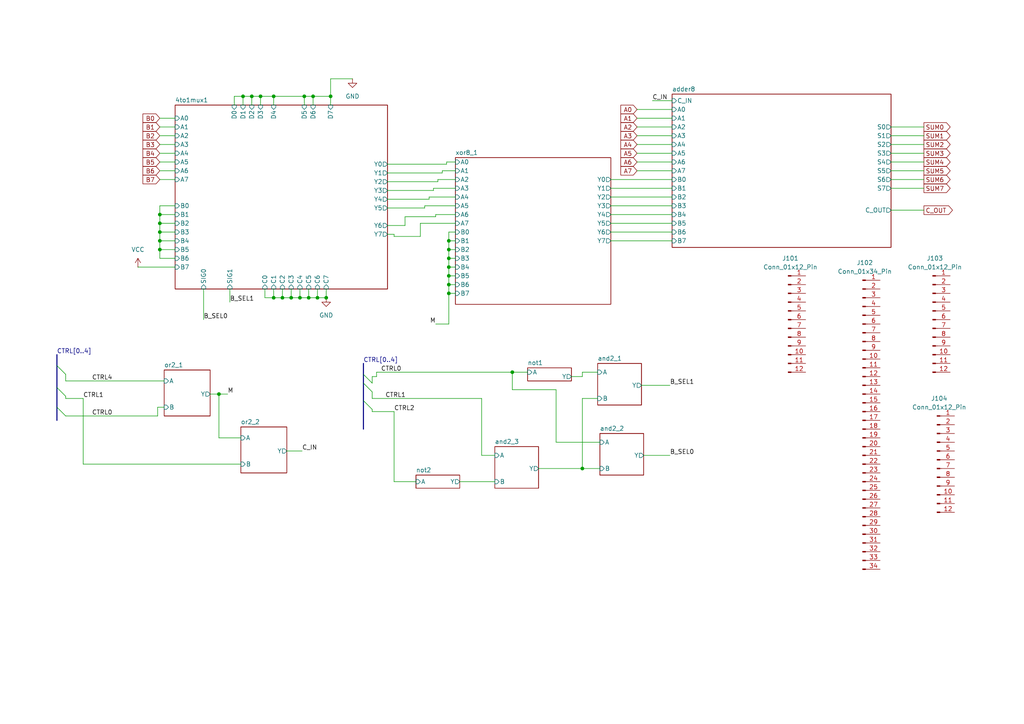
<source format=kicad_sch>
(kicad_sch (version 20250114) (generator "eeschema") (generator_version "9.0")
  (paper "A4")
  (lib_symbols
    (symbol "Connector:Conn_01x12_Pin" (pin_names (offset 1.016) (hide yes))
      (property "Reference" "J" (at 0 15.24 0))
      (property "Value" "Conn_01x12_Pin" (at 0 -17.78 0))
      (symbol "Conn_01x12_Pin_1_1"
        (rectangle (start 0.8636 12.827) (end 0 12.573) (stroke (width 0.1524)) (fill (type outline)))
        (rectangle (start 0.8636 10.287) (end 0 10.033) (stroke (width 0.1524)) (fill (type outline)))
        (rectangle (start 0.8636 7.747) (end 0 7.493) (stroke (width 0.1524)) (fill (type outline)))
        (rectangle (start 0.8636 5.207) (end 0 4.953) (stroke (width 0.1524)) (fill (type outline)))
        (rectangle (start 0.8636 2.667) (end 0 2.413) (stroke (width 0.1524)) (fill (type outline)))
        (rectangle (start 0.8636 0.127) (end 0 -0.127) (stroke (width 0.1524)) (fill (type outline)))
        (rectangle (start 0.8636 -2.413) (end 0 -2.667) (stroke (width 0.1524)) (fill (type outline)))
        (rectangle (start 0.8636 -4.953) (end 0 -5.207) (stroke (width 0.1524)) (fill (type outline)))
        (rectangle (start 0.8636 -7.493) (end 0 -7.747) (stroke (width 0.1524)) (fill (type outline)))
        (rectangle (start 0.8636 -10.033) (end 0 -10.287) (stroke (width 0.1524)) (fill (type outline)))
        (rectangle (start 0.8636 -12.573) (end 0 -12.827) (stroke (width 0.1524)) (fill (type outline)))
        (rectangle (start 0.8636 -15.113) (end 0 -15.367) (stroke (width 0.1524)) (fill (type outline)))
        (polyline (pts (xy 1.27 12.7) (xy 0.8636 12.7)) (stroke (width 0.1524)))
        (polyline (pts (xy 1.27 10.16) (xy 0.8636 10.16)) (stroke (width 0.1524)))
        (polyline (pts (xy 1.27 7.62) (xy 0.8636 7.62)) (stroke (width 0.1524)))
        (polyline (pts (xy 1.27 5.08) (xy 0.8636 5.08)) (stroke (width 0.1524)))
        (polyline (pts (xy 1.27 2.54) (xy 0.8636 2.54)) (stroke (width 0.1524)))
        (polyline (pts (xy 1.27 0) (xy 0.8636 0)) (stroke (width 0.1524)))
        (polyline (pts (xy 1.27 -2.54) (xy 0.8636 -2.54)) (stroke (width 0.1524)))
        (polyline (pts (xy 1.27 -5.08) (xy 0.8636 -5.08)) (stroke (width 0.1524)))
        (polyline (pts (xy 1.27 -7.62) (xy 0.8636 -7.62)) (stroke (width 0.1524)))
        (polyline (pts (xy 1.27 -10.16) (xy 0.8636 -10.16)) (stroke (width 0.1524)))
        (polyline (pts (xy 1.27 -12.7) (xy 0.8636 -12.7)) (stroke (width 0.1524)))
        (polyline (pts (xy 1.27 -15.24) (xy 0.8636 -15.24)) (stroke (width 0.1524)))
        (pin passive line (at 5.08 12.7 180) (length 3.81) (name "Pin_1") (number "1"))
        (pin passive line (at 5.08 10.16 180) (length 3.81) (name "Pin_2") (number "2"))
        (pin passive line (at 5.08 7.62 180) (length 3.81) (name "Pin_3") (number "3"))
        (pin passive line (at 5.08 5.08 180) (length 3.81) (name "Pin_4") (number "4"))
        (pin passive line (at 5.08 2.54 180) (length 3.81) (name "Pin_5") (number "5"))
        (pin passive line (at 5.08 0 180) (length 3.81) (name "Pin_6") (number "6"))
        (pin passive line (at 5.08 -2.54 180) (length 3.81) (name "Pin_7") (number "7"))
        (pin passive line (at 5.08 -5.08 180) (length 3.81) (name "Pin_8") (number "8"))
        (pin passive line (at 5.08 -7.62 180) (length 3.81) (name "Pin_9") (number "9"))
        (pin passive line (at 5.08 -10.16 180) (length 3.81) (name "Pin_10") (number "10"))
        (pin passive line (at 5.08 -12.7 180) (length 3.81) (name "Pin_11") (number "11"))
        (pin passive line (at 5.08 -15.24 180) (length 3.81) (name "Pin_12") (number "12"))
      )
    )
    (symbol "Connector:Conn_01x34_Pin" (pin_names (offset 1.016) (hide yes))
      (property "Reference" "J" (at 0 43.18 0))
      (property "Value" "Conn_01x34_Pin" (at 0 -45.72 0))
      (symbol "Conn_01x34_Pin_1_1"
        (rectangle (start 0.8636 40.767) (end 0 40.513) (stroke (width 0.1524)) (fill (type outline)))
        (rectangle (start 0.8636 38.227) (end 0 37.973) (stroke (width 0.1524)) (fill (type outline)))
        (rectangle (start 0.8636 35.687) (end 0 35.433) (stroke (width 0.1524)) (fill (type outline)))
        (rectangle (start 0.8636 33.147) (end 0 32.893) (stroke (width 0.1524)) (fill (type outline)))
        (rectangle (start 0.8636 30.607) (end 0 30.353) (stroke (width 0.1524)) (fill (type outline)))
        (rectangle (start 0.8636 28.067) (end 0 27.813) (stroke (width 0.1524)) (fill (type outline)))
        (rectangle (start 0.8636 25.527) (end 0 25.273) (stroke (width 0.1524)) (fill (type outline)))
        (rectangle (start 0.8636 22.987) (end 0 22.733) (stroke (width 0.1524)) (fill (type outline)))
        (rectangle (start 0.8636 20.447) (end 0 20.193) (stroke (width 0.1524)) (fill (type outline)))
        (rectangle (start 0.8636 17.907) (end 0 17.653) (stroke (width 0.1524)) (fill (type outline)))
        (rectangle (start 0.8636 15.367) (end 0 15.113) (stroke (width 0.1524)) (fill (type outline)))
        (rectangle (start 0.8636 12.827) (end 0 12.573) (stroke (width 0.1524)) (fill (type outline)))
        (rectangle (start 0.8636 10.287) (end 0 10.033) (stroke (width 0.1524)) (fill (type outline)))
        (rectangle (start 0.8636 7.747) (end 0 7.493) (stroke (width 0.1524)) (fill (type outline)))
        (rectangle (start 0.8636 5.207) (end 0 4.953) (stroke (width 0.1524)) (fill (type outline)))
        (rectangle (start 0.8636 2.667) (end 0 2.413) (stroke (width 0.1524)) (fill (type outline)))
        (rectangle (start 0.8636 0.127) (end 0 -0.127) (stroke (width 0.1524)) (fill (type outline)))
        (rectangle (start 0.8636 -2.413) (end 0 -2.667) (stroke (width 0.1524)) (fill (type outline)))
        (rectangle (start 0.8636 -4.953) (end 0 -5.207) (stroke (width 0.1524)) (fill (type outline)))
        (rectangle (start 0.8636 -7.493) (end 0 -7.747) (stroke (width 0.1524)) (fill (type outline)))
        (rectangle (start 0.8636 -10.033) (end 0 -10.287) (stroke (width 0.1524)) (fill (type outline)))
        (rectangle (start 0.8636 -12.573) (end 0 -12.827) (stroke (width 0.1524)) (fill (type outline)))
        (rectangle (start 0.8636 -15.113) (end 0 -15.367) (stroke (width 0.1524)) (fill (type outline)))
        (rectangle (start 0.8636 -17.653) (end 0 -17.907) (stroke (width 0.1524)) (fill (type outline)))
        (rectangle (start 0.8636 -20.193) (end 0 -20.447) (stroke (width 0.1524)) (fill (type outline)))
        (rectangle (start 0.8636 -22.733) (end 0 -22.987) (stroke (width 0.1524)) (fill (type outline)))
        (rectangle (start 0.8636 -25.273) (end 0 -25.527) (stroke (width 0.1524)) (fill (type outline)))
        (rectangle (start 0.8636 -27.813) (end 0 -28.067) (stroke (width 0.1524)) (fill (type outline)))
        (rectangle (start 0.8636 -30.353) (end 0 -30.607) (stroke (width 0.1524)) (fill (type outline)))
        (rectangle (start 0.8636 -32.893) (end 0 -33.147) (stroke (width 0.1524)) (fill (type outline)))
        (rectangle (start 0.8636 -35.433) (end 0 -35.687) (stroke (width 0.1524)) (fill (type outline)))
        (rectangle (start 0.8636 -37.973) (end 0 -38.227) (stroke (width 0.1524)) (fill (type outline)))
        (rectangle (start 0.8636 -40.513) (end 0 -40.767) (stroke (width 0.1524)) (fill (type outline)))
        (rectangle (start 0.8636 -43.053) (end 0 -43.307) (stroke (width 0.1524)) (fill (type outline)))
        (polyline (pts (xy 1.27 40.64) (xy 0.8636 40.64)) (stroke (width 0.1524)))
        (polyline (pts (xy 1.27 38.1) (xy 0.8636 38.1)) (stroke (width 0.1524)))
        (polyline (pts (xy 1.27 35.56) (xy 0.8636 35.56)) (stroke (width 0.1524)))
        (polyline (pts (xy 1.27 33.02) (xy 0.8636 33.02)) (stroke (width 0.1524)))
        (polyline (pts (xy 1.27 30.48) (xy 0.8636 30.48)) (stroke (width 0.1524)))
        (polyline (pts (xy 1.27 27.94) (xy 0.8636 27.94)) (stroke (width 0.1524)))
        (polyline (pts (xy 1.27 25.4) (xy 0.8636 25.4)) (stroke (width 0.1524)))
        (polyline (pts (xy 1.27 22.86) (xy 0.8636 22.86)) (stroke (width 0.1524)))
        (polyline (pts (xy 1.27 20.32) (xy 0.8636 20.32)) (stroke (width 0.1524)))
        (polyline (pts (xy 1.27 17.78) (xy 0.8636 17.78)) (stroke (width 0.1524)))
        (polyline (pts (xy 1.27 15.24) (xy 0.8636 15.24)) (stroke (width 0.1524)))
        (polyline (pts (xy 1.27 12.7) (xy 0.8636 12.7)) (stroke (width 0.1524)))
        (polyline (pts (xy 1.27 10.16) (xy 0.8636 10.16)) (stroke (width 0.1524)))
        (polyline (pts (xy 1.27 7.62) (xy 0.8636 7.62)) (stroke (width 0.1524)))
        (polyline (pts (xy 1.27 5.08) (xy 0.8636 5.08)) (stroke (width 0.1524)))
        (polyline (pts (xy 1.27 2.54) (xy 0.8636 2.54)) (stroke (width 0.1524)))
        (polyline (pts (xy 1.27 0) (xy 0.8636 0)) (stroke (width 0.1524)))
        (polyline (pts (xy 1.27 -2.54) (xy 0.8636 -2.54)) (stroke (width 0.1524)))
        (polyline (pts (xy 1.27 -5.08) (xy 0.8636 -5.08)) (stroke (width 0.1524)))
        (polyline (pts (xy 1.27 -7.62) (xy 0.8636 -7.62)) (stroke (width 0.1524)))
        (polyline (pts (xy 1.27 -10.16) (xy 0.8636 -10.16)) (stroke (width 0.1524)))
        (polyline (pts (xy 1.27 -12.7) (xy 0.8636 -12.7)) (stroke (width 0.1524)))
        (polyline (pts (xy 1.27 -15.24) (xy 0.8636 -15.24)) (stroke (width 0.1524)))
        (polyline (pts (xy 1.27 -17.78) (xy 0.8636 -17.78)) (stroke (width 0.1524)))
        (polyline (pts (xy 1.27 -20.32) (xy 0.8636 -20.32)) (stroke (width 0.1524)))
        (polyline (pts (xy 1.27 -22.86) (xy 0.8636 -22.86)) (stroke (width 0.1524)))
        (polyline (pts (xy 1.27 -25.4) (xy 0.8636 -25.4)) (stroke (width 0.1524)))
        (polyline (pts (xy 1.27 -27.94) (xy 0.8636 -27.94)) (stroke (width 0.1524)))
        (polyline (pts (xy 1.27 -30.48) (xy 0.8636 -30.48)) (stroke (width 0.1524)))
        (polyline (pts (xy 1.27 -33.02) (xy 0.8636 -33.02)) (stroke (width 0.1524)))
        (polyline (pts (xy 1.27 -35.56) (xy 0.8636 -35.56)) (stroke (width 0.1524)))
        (polyline (pts (xy 1.27 -38.1) (xy 0.8636 -38.1)) (stroke (width 0.1524)))
        (polyline (pts (xy 1.27 -40.64) (xy 0.8636 -40.64)) (stroke (width 0.1524)))
        (polyline (pts (xy 1.27 -43.18) (xy 0.8636 -43.18)) (stroke (width 0.1524)))
        (pin passive line (at 5.08 40.64 180) (length 3.81) (name "Pin_1") (number "1"))
        (pin passive line (at 5.08 38.1 180) (length 3.81) (name "Pin_2") (number "2"))
        (pin passive line (at 5.08 35.56 180) (length 3.81) (name "Pin_3") (number "3"))
        (pin passive line (at 5.08 33.02 180) (length 3.81) (name "Pin_4") (number "4"))
        (pin passive line (at 5.08 30.48 180) (length 3.81) (name "Pin_5") (number "5"))
        (pin passive line (at 5.08 27.94 180) (length 3.81) (name "Pin_6") (number "6"))
        (pin passive line (at 5.08 25.4 180) (length 3.81) (name "Pin_7") (number "7"))
        (pin passive line (at 5.08 22.86 180) (length 3.81) (name "Pin_8") (number "8"))
        (pin passive line (at 5.08 20.32 180) (length 3.81) (name "Pin_9") (number "9"))
        (pin passive line (at 5.08 17.78 180) (length 3.81) (name "Pin_10") (number "10"))
        (pin passive line (at 5.08 15.24 180) (length 3.81) (name "Pin_11") (number "11"))
        (pin passive line (at 5.08 12.7 180) (length 3.81) (name "Pin_12") (number "12"))
        (pin passive line (at 5.08 10.16 180) (length 3.81) (name "Pin_13") (number "13"))
        (pin passive line (at 5.08 7.62 180) (length 3.81) (name "Pin_14") (number "14"))
        (pin passive line (at 5.08 5.08 180) (length 3.81) (name "Pin_15") (number "15"))
        (pin passive line (at 5.08 2.54 180) (length 3.81) (name "Pin_16") (number "16"))
        (pin passive line (at 5.08 0 180) (length 3.81) (name "Pin_17") (number "17"))
        (pin passive line (at 5.08 -2.54 180) (length 3.81) (name "Pin_18") (number "18"))
        (pin passive line (at 5.08 -5.08 180) (length 3.81) (name "Pin_19") (number "19"))
        (pin passive line (at 5.08 -7.62 180) (length 3.81) (name "Pin_20") (number "20"))
        (pin passive line (at 5.08 -10.16 180) (length 3.81) (name "Pin_21") (number "21"))
        (pin passive line (at 5.08 -12.7 180) (length 3.81) (name "Pin_22") (number "22"))
        (pin passive line (at 5.08 -15.24 180) (length 3.81) (name "Pin_23") (number "23"))
        (pin passive line (at 5.08 -17.78 180) (length 3.81) (name "Pin_24") (number "24"))
        (pin passive line (at 5.08 -20.32 180) (length 3.81) (name "Pin_25") (number "25"))
        (pin passive line (at 5.08 -22.86 180) (length 3.81) (name "Pin_26") (number "26"))
        (pin passive line (at 5.08 -25.4 180) (length 3.81) (name "Pin_27") (number "27"))
        (pin passive line (at 5.08 -27.94 180) (length 3.81) (name "Pin_28") (number "28"))
        (pin passive line (at 5.08 -30.48 180) (length 3.81) (name "Pin_29") (number "29"))
        (pin passive line (at 5.08 -33.02 180) (length 3.81) (name "Pin_30") (number "30"))
        (pin passive line (at 5.08 -35.56 180) (length 3.81) (name "Pin_31") (number "31"))
        (pin passive line (at 5.08 -38.1 180) (length 3.81) (name "Pin_32") (number "32"))
        (pin passive line (at 5.08 -40.64 180) (length 3.81) (name "Pin_33") (number "33"))
        (pin passive line (at 5.08 -43.18 180) (length 3.81) (name "Pin_34") (number "34"))
      )
    )
    (symbol "power:GND" (power) (pin_numbers (hide yes)) (pin_names (offset 0) (hide yes))
      (property "Value" "GND" (at 0 -3.81 0))
      (symbol "GND_0_1"
        (polyline (pts (xy 0 0) (xy 0 -1.27) (xy 1.27 -1.27) (xy 0 -2.54) (xy -1.27 -1.27) (xy 0 -1.27)))
      )
      (symbol "GND_1_1"
        (pin power_in line (at 0 0 270) (length 0) (name "~") (number "1"))
      )
    )
    (symbol "power:VCC" (power) (pin_numbers (hide yes)) (pin_names (offset 0) (hide yes))
      (property "Value" "VCC" (at 0 3.556 0))
      (symbol "VCC_0_1"
        (polyline (pts (xy -0.762 1.27) (xy 0 2.54)))
        (polyline (pts (xy 0 2.54) (xy 0.762 1.27)))
        (polyline (pts (xy 0 0) (xy 0 2.54)))
      )
      (symbol "VCC_1_1"
        (pin power_in line (at 0 0 90) (length 0) (name "~") (number "1"))
      )
    )
  )
  (junction (at 79.375 27.94))
  (junction (at 46.355 67.31))
  (junction (at 46.355 64.77))
  (junction (at 86.995 86.36))
  (junction (at 92.075 86.36))
  (junction (at 130.175 72.39))
  (junction (at 46.355 69.85))
  (junction (at 84.455 86.36))
  (junction (at 94.615 86.36))
  (junction (at 130.175 80.01))
  (junction (at 81.915 86.36))
  (junction (at 130.175 77.47))
  (junction (at 130.175 69.85))
  (junction (at 88.265 27.94))
  (junction (at 130.175 82.55))
  (junction (at 90.805 27.94))
  (junction (at 46.355 62.23))
  (junction (at 130.175 74.93))
  (junction (at 148.59 107.95))
  (junction (at 130.175 85.09))
  (junction (at 95.885 27.94))
  (junction (at 46.355 72.39))
  (junction (at 168.91 135.89))
  (junction (at 73.025 27.94))
  (junction (at 79.375 86.36))
  (junction (at 63.5 114.3))
  (junction (at 89.535 86.36))
  (junction (at 70.485 27.94))
  (junction (at 75.565 27.94))
  (bus_entry (at 16.51 106.045) (size 2.54 2.54))
  (bus_entry (at 105.41 116.205) (size 2.54 2.54))
  (bus_entry (at 16.51 118.11) (size 2.54 2.54))
  (bus_entry (at 16.51 112.395) (size 2.54 2.54))
  (bus_entry (at 105.41 111.125) (size 2.54 2.54))
  (bus_entry (at 105.41 108.585) (size 2.54 2.54))
  (wire (pts (xy 177.165 62.23) (xy 194.945 62.23)))
  (wire (pts (xy 70.485 27.94) (xy 70.485 30.48)))
  (wire (pts (xy 46.355 62.23) (xy 46.355 64.77)))
  (wire (pts (xy 130.175 77.47) (xy 132.08 77.47)))
  (wire (pts (xy 124.46 57.15) (xy 132.08 57.15)))
  (wire (pts (xy 46.355 67.31) (xy 46.355 69.85)))
  (wire (pts (xy 114.3 68.58) (xy 121.92 68.58)))
  (bus (pts (xy 105.41 105.41) (xy 105.41 108.585)))
  (wire (pts (xy 46.355 64.77) (xy 50.8 64.77)))
  (bus (pts (xy 16.51 106.045) (xy 16.51 112.395)))
  (bus (pts (xy 16.51 112.395) (xy 16.51 118.11)))
  (wire (pts (xy 70.485 27.94) (xy 73.025 27.94)))
  (wire (pts (xy 112.395 50.165) (xy 128.27 50.165)))
  (wire (pts (xy 95.885 22.86) (xy 95.885 27.94)))
  (wire (pts (xy 189.23 29.21) (xy 194.945 29.21)))
  (wire (pts (xy 19.05 108.585) (xy 19.05 110.49)))
  (wire (pts (xy 73.025 27.94) (xy 73.025 30.48)))
  (wire (pts (xy 19.05 110.49) (xy 47.625 110.49)))
  (wire (pts (xy 128.27 50.165) (xy 128.27 49.53)))
  (wire (pts (xy 46.355 59.69) (xy 46.355 62.23)))
  (wire (pts (xy 86.995 86.36) (xy 86.995 83.82)))
  (wire (pts (xy 130.175 72.39) (xy 130.175 74.93)))
  (wire (pts (xy 124.46 57.785) (xy 124.46 57.15)))
  (wire (pts (xy 102.235 22.86) (xy 95.885 22.86)))
  (wire (pts (xy 148.59 113.03) (xy 148.59 107.95)))
  (wire (pts (xy 130.175 74.93) (xy 132.08 74.93)))
  (wire (pts (xy 117.475 65.405) (xy 112.395 65.405)))
  (wire (pts (xy 107.95 115.57) (xy 139.7 115.57)))
  (wire (pts (xy 184.785 34.29) (xy 194.945 34.29)))
  (wire (pts (xy 50.8 36.83) (xy 46.355 36.83)))
  (wire (pts (xy 86.995 86.36) (xy 89.535 86.36)))
  (wire (pts (xy 168.91 115.57) (xy 168.91 135.89)))
  (wire (pts (xy 83.185 130.81) (xy 87.63 130.81)))
  (wire (pts (xy 168.91 115.57) (xy 173.355 115.57)))
  (wire (pts (xy 127 52.705) (xy 127 52.07)))
  (wire (pts (xy 76.835 86.36) (xy 79.375 86.36)))
  (wire (pts (xy 177.165 52.07) (xy 194.945 52.07)))
  (wire (pts (xy 130.175 77.47) (xy 130.175 80.01)))
  (wire (pts (xy 129.54 47.625) (xy 129.54 46.99)))
  (wire (pts (xy 89.535 86.36) (xy 92.075 86.36)))
  (wire (pts (xy 46.355 74.93) (xy 50.8 74.93)))
  (wire (pts (xy 79.375 27.94) (xy 79.375 30.48)))
  (wire (pts (xy 184.785 49.53) (xy 194.945 49.53)))
  (wire (pts (xy 112.395 57.785) (xy 124.46 57.785)))
  (wire (pts (xy 88.265 27.94) (xy 88.265 30.48)))
  (wire (pts (xy 46.355 69.85) (xy 46.355 72.39)))
  (wire (pts (xy 148.59 107.95) (xy 109.22 107.95)))
  (wire (pts (xy 46.355 41.91) (xy 50.8 41.91)))
  (wire (pts (xy 46.355 44.45) (xy 50.8 44.45)))
  (wire (pts (xy 107.95 109.22) (xy 109.22 109.22)))
  (wire (pts (xy 130.175 82.55) (xy 130.175 85.09)))
  (wire (pts (xy 19.05 120.65) (xy 45.72 120.65)))
  (wire (pts (xy 184.785 39.37) (xy 194.945 39.37)))
  (wire (pts (xy 63.5 127) (xy 63.5 114.3)))
  (wire (pts (xy 45.72 118.11) (xy 47.625 118.11)))
  (wire (pts (xy 177.165 54.61) (xy 194.945 54.61)))
  (wire (pts (xy 46.355 72.39) (xy 46.355 74.93)))
  (wire (pts (xy 107.95 113.665) (xy 107.95 115.57)))
  (wire (pts (xy 90.805 27.94) (xy 95.885 27.94)))
  (wire (pts (xy 107.95 118.745) (xy 107.95 119.38)))
  (wire (pts (xy 130.175 67.31) (xy 130.175 69.85)))
  (wire (pts (xy 130.175 69.85) (xy 130.175 72.39)))
  (wire (pts (xy 125.73 54.61) (xy 132.08 54.61)))
  (wire (pts (xy 67.945 27.94) (xy 70.485 27.94)))
  (wire (pts (xy 59.055 83.82) (xy 59.055 92.71)))
  (wire (pts (xy 121.92 68.58) (xy 121.92 64.77)))
  (wire (pts (xy 173.99 128.27) (xy 161.29 128.27)))
  (wire (pts (xy 76.835 83.82) (xy 76.835 86.36)))
  (wire (pts (xy 177.165 59.69) (xy 194.945 59.69)))
  (wire (pts (xy 90.805 27.94) (xy 90.805 30.48)))
  (wire (pts (xy 46.355 34.29) (xy 50.8 34.29)))
  (wire (pts (xy 79.375 86.36) (xy 79.375 83.82)))
  (wire (pts (xy 128.27 49.53) (xy 132.08 49.53)))
  (wire (pts (xy 139.7 132.08) (xy 143.51 132.08)))
  (wire (pts (xy 258.445 60.96) (xy 267.97 60.96)))
  (wire (pts (xy 184.785 44.45) (xy 194.945 44.45)))
  (wire (pts (xy 19.05 115.57) (xy 24.13 115.57)))
  (wire (pts (xy 112.395 47.625) (xy 129.54 47.625)))
  (bus (pts (xy 105.41 111.125) (xy 105.41 116.205)))
  (wire (pts (xy 46.355 64.77) (xy 46.355 67.31)))
  (wire (pts (xy 67.945 30.48) (xy 67.945 27.94)))
  (wire (pts (xy 69.85 127) (xy 63.5 127)))
  (wire (pts (xy 267.97 46.99) (xy 258.445 46.99)))
  (wire (pts (xy 177.165 57.15) (xy 194.945 57.15)))
  (wire (pts (xy 133.35 139.7) (xy 143.51 139.7)))
  (wire (pts (xy 46.355 59.69) (xy 50.8 59.69)))
  (wire (pts (xy 89.535 86.36) (xy 89.535 83.82)))
  (wire (pts (xy 130.175 85.09) (xy 132.08 85.09)))
  (wire (pts (xy 92.075 86.36) (xy 92.075 83.82)))
  (bus (pts (xy 105.41 116.205) (xy 105.41 124.46)))
  (wire (pts (xy 109.22 107.95) (xy 109.22 109.22)))
  (wire (pts (xy 125.73 55.245) (xy 125.73 54.61)))
  (wire (pts (xy 95.885 27.94) (xy 95.885 30.48)))
  (wire (pts (xy 117.475 65.405) (xy 117.475 62.865)))
  (wire (pts (xy 92.075 86.36) (xy 94.615 86.36)))
  (wire (pts (xy 186.69 132.08) (xy 194.31 132.08)))
  (wire (pts (xy 112.395 60.325) (xy 123.19 60.325)))
  (wire (pts (xy 88.265 27.94) (xy 90.805 27.94)))
  (wire (pts (xy 126.365 62.23) (xy 132.08 62.23)))
  (wire (pts (xy 165.735 109.22) (xy 168.91 109.22)))
  (wire (pts (xy 63.5 114.3) (xy 66.04 114.3)))
  (wire (pts (xy 84.455 86.36) (xy 86.995 86.36)))
  (wire (pts (xy 156.21 135.89) (xy 168.91 135.89)))
  (wire (pts (xy 40.005 77.47) (xy 50.8 77.47)))
  (wire (pts (xy 46.355 72.39) (xy 50.8 72.39)))
  (wire (pts (xy 123.19 59.69) (xy 132.08 59.69)))
  (wire (pts (xy 121.92 64.77) (xy 132.08 64.77)))
  (wire (pts (xy 168.91 135.89) (xy 173.99 135.89)))
  (wire (pts (xy 184.785 36.83) (xy 194.945 36.83)))
  (wire (pts (xy 130.175 80.01) (xy 132.08 80.01)))
  (wire (pts (xy 46.355 52.07) (xy 50.8 52.07)))
  (wire (pts (xy 126.365 62.865) (xy 126.365 62.23)))
  (wire (pts (xy 75.565 27.94) (xy 79.375 27.94)))
  (wire (pts (xy 114.3 139.7) (xy 120.65 139.7)))
  (wire (pts (xy 139.7 115.57) (xy 139.7 132.08)))
  (wire (pts (xy 66.675 83.82) (xy 66.675 87.63)))
  (wire (pts (xy 130.175 82.55) (xy 132.08 82.55)))
  (wire (pts (xy 69.85 134.62) (xy 24.13 134.62)))
  (wire (pts (xy 50.8 39.37) (xy 46.355 39.37)))
  (wire (pts (xy 258.445 41.91) (xy 267.97 41.91)))
  (wire (pts (xy 126.365 93.98) (xy 130.175 93.98)))
  (wire (pts (xy 73.025 27.94) (xy 75.565 27.94)))
  (wire (pts (xy 161.29 113.03) (xy 148.59 113.03)))
  (wire (pts (xy 46.355 69.85) (xy 50.8 69.85)))
  (wire (pts (xy 132.08 72.39) (xy 130.175 72.39)))
  (wire (pts (xy 177.165 67.31) (xy 194.945 67.31)))
  (wire (pts (xy 258.445 36.83) (xy 267.97 36.83)))
  (wire (pts (xy 258.445 39.37) (xy 267.97 39.37)))
  (wire (pts (xy 177.165 64.77) (xy 194.945 64.77)))
  (wire (pts (xy 114.3 67.945) (xy 114.3 68.58)))
  (wire (pts (xy 112.395 52.705) (xy 127 52.705)))
  (wire (pts (xy 81.915 86.36) (xy 84.455 86.36)))
  (wire (pts (xy 75.565 27.94) (xy 75.565 30.48)))
  (wire (pts (xy 184.785 31.75) (xy 194.945 31.75)))
  (wire (pts (xy 114.3 119.38) (xy 114.3 139.7)))
  (wire (pts (xy 79.375 86.36) (xy 81.915 86.36)))
  (wire (pts (xy 184.785 41.91) (xy 194.945 41.91)))
  (wire (pts (xy 168.91 107.95) (xy 173.355 107.95)))
  (wire (pts (xy 79.375 27.94) (xy 88.265 27.94)))
  (wire (pts (xy 117.475 62.865) (xy 126.365 62.865)))
  (wire (pts (xy 130.175 85.09) (xy 130.175 93.98)))
  (wire (pts (xy 258.445 52.07) (xy 267.97 52.07)))
  (wire (pts (xy 46.355 49.53) (xy 50.8 49.53)))
  (wire (pts (xy 81.915 86.36) (xy 81.915 83.82)))
  (bus (pts (xy 16.51 102.87) (xy 16.51 106.045)))
  (bus (pts (xy 105.41 108.585) (xy 105.41 111.125)))
  (wire (pts (xy 94.615 86.36) (xy 94.615 83.82)))
  (bus (pts (xy 16.51 118.11) (xy 16.51 121.92)))
  (wire (pts (xy 127 52.07) (xy 132.08 52.07)))
  (wire (pts (xy 84.455 86.36) (xy 84.455 83.82)))
  (wire (pts (xy 130.175 74.93) (xy 130.175 77.47)))
  (wire (pts (xy 177.165 69.85) (xy 194.945 69.85)))
  (wire (pts (xy 46.355 46.99) (xy 50.8 46.99)))
  (wire (pts (xy 24.13 134.62) (xy 24.13 115.57)))
  (wire (pts (xy 19.05 114.935) (xy 19.05 115.57)))
  (wire (pts (xy 194.31 111.76) (xy 186.055 111.76)))
  (wire (pts (xy 60.96 114.3) (xy 63.5 114.3)))
  (wire (pts (xy 112.395 55.245) (xy 125.73 55.245)))
  (wire (pts (xy 258.445 49.53) (xy 267.97 49.53)))
  (wire (pts (xy 184.785 46.99) (xy 194.945 46.99)))
  (wire (pts (xy 123.19 60.325) (xy 123.19 59.69)))
  (wire (pts (xy 258.445 44.45) (xy 267.97 44.45)))
  (wire (pts (xy 45.72 118.11) (xy 45.72 120.65)))
  (wire (pts (xy 46.355 67.31) (xy 50.8 67.31)))
  (wire (pts (xy 130.175 69.85) (xy 132.08 69.85)))
  (wire (pts (xy 46.355 62.23) (xy 50.8 62.23)))
  (wire (pts (xy 148.59 107.95) (xy 153.035 107.95)))
  (wire (pts (xy 258.445 54.61) (xy 267.97 54.61)))
  (wire (pts (xy 114.3 67.945) (xy 112.395 67.945)))
  (wire (pts (xy 168.91 107.95) (xy 168.91 109.22)))
  (wire (pts (xy 129.54 46.99) (xy 132.08 46.99)))
  (wire (pts (xy 107.95 111.125) (xy 107.95 109.22)))
  (wire (pts (xy 107.95 119.38) (xy 114.3 119.38)))
  (wire (pts (xy 161.29 128.27) (xy 161.29 113.03)))
  (wire (pts (xy 130.175 80.01) (xy 130.175 82.55)))
  (wire (pts (xy 132.08 67.31) (xy 130.175 67.31)))
  (label "CTRL1" (at 111.76 115.57 0))
  (label "CTRL[0..4]" (at 16.51 102.87 0))
  (label "B_SEL0" (at 194.31 132.08 0))
  (label "CTRL[0..4]" (at 105.41 105.41 0))
  (label "C_IN" (at 87.63 130.81 0))
  (label "CTRL1" (at 24.13 115.57 0))
  (label "CTRL0" (at 26.67 120.65 0))
  (label "M" (at 126.365 93.98 180))
  (label "CTRL4" (at 26.67 110.49 0))
  (label "CTRL0" (at 110.49 107.95 0))
  (label "CTRL2" (at 114.3 119.38 0))
  (label "C_IN" (at 189.23 29.21 0))
  (label "B_SEL1" (at 194.31 111.76 0))
  (label "B_SEL1" (at 66.675 87.63 0))
  (label "B_SEL0" (at 59.055 92.71 0))
  (label "M" (at 66.04 114.3 0))
  (global_label "SUM5" (shape output) (at 267.97 49.53 0) (property "Intersheetrefs" "${INTERSHEET_REFS}" (effects (hide yes))))
  (global_label "A0" (shape input) (at 184.785 31.75 180) (property "Intersheetrefs" "${INTERSHEET_REFS}" (effects (hide yes))))
  (global_label "B0" (shape input) (at 46.355 34.29 180) (property "Intersheetrefs" "${INTERSHEET_REFS}" (effects (hide yes))))
  (global_label "SUM6" (shape output) (at 267.97 52.07 0) (property "Intersheetrefs" "${INTERSHEET_REFS}" (effects (hide yes))))
  (global_label "SUM4" (shape output) (at 267.97 46.99 0) (property "Intersheetrefs" "${INTERSHEET_REFS}" (effects (hide yes))))
  (global_label "B6" (shape input) (at 46.355 49.53 180) (property "Intersheetrefs" "${INTERSHEET_REFS}" (effects (hide yes))))
  (global_label "SUM0" (shape output) (at 267.97 36.83 0) (property "Intersheetrefs" "${INTERSHEET_REFS}" (effects (hide yes))))
  (global_label "C_OUT" (shape output) (at 267.97 60.96 0) (property "Intersheetrefs" "${INTERSHEET_REFS}" (effects (hide yes))))
  (global_label "SUM1" (shape output) (at 267.97 39.37 0) (property "Intersheetrefs" "${INTERSHEET_REFS}" (effects (hide yes))))
  (global_label "SUM3" (shape output) (at 267.97 44.45 0) (property "Intersheetrefs" "${INTERSHEET_REFS}" (effects (hide yes))))
  (global_label "A5" (shape input) (at 184.785 44.45 180) (property "Intersheetrefs" "${INTERSHEET_REFS}" (effects (hide yes))))
  (global_label "SUM7" (shape output) (at 267.97 54.61 0) (property "Intersheetrefs" "${INTERSHEET_REFS}" (effects (hide yes))))
  (global_label "B2" (shape input) (at 46.355 39.37 180) (property "Intersheetrefs" "${INTERSHEET_REFS}" (effects (hide yes))))
  (global_label "B3" (shape input) (at 46.355 41.91 180) (property "Intersheetrefs" "${INTERSHEET_REFS}" (effects (hide yes))))
  (global_label "A2" (shape input) (at 184.785 36.83 180) (property "Intersheetrefs" "${INTERSHEET_REFS}" (effects (hide yes))))
  (global_label "A4" (shape input) (at 184.785 41.91 180) (property "Intersheetrefs" "${INTERSHEET_REFS}" (effects (hide yes))))
  (global_label "A7" (shape input) (at 184.785 49.53 180) (property "Intersheetrefs" "${INTERSHEET_REFS}" (effects (hide yes))))
  (global_label "A6" (shape input) (at 184.785 46.99 180) (property "Intersheetrefs" "${INTERSHEET_REFS}" (effects (hide yes))))
  (global_label "SUM2" (shape output) (at 267.97 41.91 0) (property "Intersheetrefs" "${INTERSHEET_REFS}" (effects (hide yes))))
  (global_label "B4" (shape input) (at 46.355 44.45 180) (property "Intersheetrefs" "${INTERSHEET_REFS}" (effects (hide yes))))
  (global_label "B1" (shape input) (at 46.355 36.83 180) (property "Intersheetrefs" "${INTERSHEET_REFS}" (effects (hide yes))))
  (global_label "A1" (shape input) (at 184.785 34.29 180) (property "Intersheetrefs" "${INTERSHEET_REFS}" (effects (hide yes))))
  (global_label "A3" (shape input) (at 184.785 39.37 180) (property "Intersheetrefs" "${INTERSHEET_REFS}" (effects (hide yes))))
  (global_label "B5" (shape input) (at 46.355 46.99 180) (property "Intersheetrefs" "${INTERSHEET_REFS}" (effects (hide yes))))
  (global_label "B7" (shape input) (at 46.355 52.07 180) (property "Intersheetrefs" "${INTERSHEET_REFS}" (effects (hide yes))))
  (symbol (lib_id "power:VCC") (at 40.005 77.47 0) (unit 1)
    (property "Reference" "#PWR0101" (effects (hide yes)))
    (property "Value" "VCC" (at 40.005 72.39 0))
    (property "Description" "Power symbol creates a global label with name \"VCC\"" (effects (hide yes)))
  )
  (symbol (lib_id "Connector:Conn_01x12_Pin") (at 270.51 92.71 0) (unit 1)
    (property "Reference" "J103" (at 271.145 74.93 0))
    (property "Value" "Conn_01x12_Pin" (at 271.145 77.47 0))
    (property "Footprint" "Connector_Harwin:Harwin_Gecko-G125-FVX1205L0X_2x06_P1.25mm_Vertical" (effects (hide yes)))
    (property "Description" "Generic connector, single row, 01x12, script generated" (effects (hide yes)))
  )
  (symbol (lib_id "Connector:Conn_01x12_Pin") (at 271.78 133.35 0) (unit 1)
    (property "Reference" "J104" (at 272.415 115.57 0))
    (property "Value" "Conn_01x12_Pin" (at 272.415 118.11 0))
    (property "Footprint" "Connector_Harwin:Harwin_Gecko-G125-FVX1205L0X_2x06_P1.25mm_Vertical" (effects (hide yes)))
    (property "Description" "Generic connector, single row, 01x12, script generated" (effects (hide yes)))
  )
  (symbol (lib_id "power:GND") (at 94.615 86.36 0) (unit 1)
    (property "Reference" "#PWR0102" (effects (hide yes)))
    (property "Value" "GND" (at 94.615 91.44 0))
    (property "Description" "Power symbol creates a global label with name \"GND\" , ground" (effects (hide yes)))
  )
  (symbol (lib_id "power:GND") (at 102.235 22.86 0) (unit 1)
    (property "Reference" "#PWR0103" (effects (hide yes)))
    (property "Value" "GND" (at 102.235 27.94 0))
    (property "Description" "Power symbol creates a global label with name \"GND\" , ground" (effects (hide yes)))
  )
  (symbol (lib_id "Connector:Conn_01x34_Pin") (at 250.19 121.92 0) (unit 1)
    (property "Reference" "J102" (at 250.825 76.2 0))
    (property "Value" "Conn_01x34_Pin" (at 250.825 78.74 0))
    (property "Footprint" "Connector_Harwin:Harwin_Gecko-G125-FVX3405L0X_2x17_P1.25mm_Vertical" (effects (hide yes)))
    (property "Description" "Generic connector, single row, 01x34, script generated" (effects (hide yes)))
  )
  (symbol (lib_id "Connector:Conn_01x12_Pin") (at 228.6 92.71 0) (unit 1)
    (property "Reference" "J101" (at 229.235 74.93 0))
    (property "Value" "Conn_01x12_Pin" (at 229.235 77.47 0))
    (property "Footprint" "Connector_Harwin:Harwin_Gecko-G125-FVX1205L0X_2x06_P1.25mm_Vertical" (effects (hide yes)))
    (property "Description" "Generic connector, single row, 01x12, script generated" (effects (hide yes)))
  )
  (sheet (at 47.625 107.315) (size 13.335 13.335) (stroke (width 0.1524))
    (property "Sheetname" "or2_1" (at 47.625 106.6034 0) (effects (justify left bottom)))
    (property "Sheetfile" "../../modules/gates/gate_or/gate_or_2in/gate_or_2in.kicad_sch" (effects (hide yes)))
    (pin "Y" output (at 60.96 114.3 0))
    (pin "B" input (at 47.625 118.11 180))
    (pin "A" input (at 47.625 110.49 180))
  )
  (sheet (at 143.51 129.54) (size 12.7 12.065) (stroke (width 0.1524))
    (property "Sheetname" "and2_3" (at 143.51 128.8284 0) (effects (justify left bottom)))
    (property "Sheetfile" "../../modules/gates/gate_and/gate_and_2in/gate_and_2in.kicad_sch" (effects (hide yes)))
    (pin "A" input (at 143.51 132.08 180))
    (pin "Y" output (at 156.21 135.89 0))
    (pin "B" input (at 143.51 139.7 180))
  )
  (sheet (at 173.355 105.41) (size 12.7 12.065) (stroke (width 0.1524))
    (property "Sheetname" "and2_1" (at 173.355 104.6984 0) (effects (justify left bottom)))
    (property "Sheetfile" "../../modules/gates/gate_and/gate_and_2in/gate_and_2in.kicad_sch" (effects (hide yes)))
    (pin "A" input (at 173.355 107.95 180))
    (pin "Y" output (at 186.055 111.76 0))
    (pin "B" input (at 173.355 115.57 180))
  )
  (sheet (at 132.08 45.72) (size 45.085 42.545) (stroke (width 0.1524))
    (property "Sheetname" "xor8_1" (at 132.08 45.0084 0) (effects (justify left bottom)))
    (property "Sheetfile" "../../modules/gates/gate_xor/gate_xor_8bit/gate_xor_8bit.kicad_sch" (effects (hide yes)))
    (pin "B5" input (at 132.08 80.01 180))
    (pin "Y0" output (at 177.165 52.07 0))
    (pin "B1" input (at 132.08 69.85 180))
    (pin "A5" input (at 132.08 59.69 180))
    (pin "Y6" output (at 177.165 67.31 0))
    (pin "A7" input (at 132.08 64.77 180))
    (pin "B6" input (at 132.08 82.55 180))
    (pin "A1" input (at 132.08 49.53 180))
    (pin "B2" input (at 132.08 72.39 180))
    (pin "A0" input (at 132.08 46.99 180))
    (pin "Y3" output (at 177.165 59.69 0))
    (pin "Y1" output (at 177.165 54.61 0))
    (pin "Y2" output (at 177.165 57.15 0))
    (pin "A4" input (at 132.08 57.15 180))
    (pin "Y5" output (at 177.165 64.77 0))
    (pin "B4" input (at 132.08 77.47 180))
    (pin "A2" input (at 132.08 52.07 180))
    (pin "Y7" output (at 177.165 69.85 0))
    (pin "A6" input (at 132.08 62.23 180))
    (pin "B3" input (at 132.08 74.93 180))
    (pin "Y4" output (at 177.165 62.23 0))
    (pin "B0" input (at 132.08 67.31 180))
    (pin "A3" input (at 132.08 54.61 180))
    (pin "B7" input (at 132.08 85.09 180))
  )
  (sheet (at 69.85 123.825) (size 13.335 13.335) (stroke (width 0.1524))
    (property "Sheetname" "or2_2" (at 69.85 123.1134 0) (effects (justify left bottom)))
    (property "Sheetfile" "../../modules/gates/gate_or/gate_or_2in/gate_or_2in.kicad_sch" (effects (hide yes)))
    (pin "Y" output (at 83.185 130.81 0))
    (pin "B" input (at 69.85 134.62 180))
    (pin "A" input (at 69.85 127 180))
  )
  (sheet (at 173.99 125.73) (size 12.7 12.065) (stroke (width 0.1524))
    (property "Sheetname" "and2_2" (at 173.99 125.0184 0) (effects (justify left bottom)))
    (property "Sheetfile" "../../modules/gates/gate_and/gate_and_2in/gate_and_2in.kicad_sch" (effects (hide yes)))
    (pin "A" input (at 173.99 128.27 180))
    (pin "Y" output (at 186.69 132.08 0))
    (pin "B" input (at 173.99 135.89 180))
  )
  (sheet (at 194.945 27.305) (size 63.5 44.45) (stroke (width 0.1524))
    (property "Sheetname" "adder8" (at 194.945 26.5934 0) (effects (justify left bottom)))
    (property "Sheetfile" "../../modules/adder/adder8/adder8.kicad_sch" (effects (hide yes)))
    (pin "B4" input (at 194.945 62.23 180))
    (pin "S1" output (at 258.445 39.37 0))
    (pin "S4" output (at 258.445 46.99 0))
    (pin "B5" input (at 194.945 64.77 180))
    (pin "C_IN" input (at 194.945 29.21 180))
    (pin "A5" input (at 194.945 44.45 180))
    (pin "S3" output (at 258.445 44.45 0))
    (pin "B1" input (at 194.945 54.61 180))
    (pin "S6" output (at 258.445 52.07 0))
    (pin "A2" input (at 194.945 36.83 180))
    (pin "A1" input (at 194.945 34.29 180))
    (pin "B7" input (at 194.945 69.85 180))
    (pin "A6" input (at 194.945 46.99 180))
    (pin "A3" input (at 194.945 39.37 180))
    (pin "B2" input (at 194.945 57.15 180))
    (pin "S5" output (at 258.445 49.53 0))
    (pin "C_OUT" output (at 258.445 60.96 0))
    (pin "B0" input (at 194.945 52.07 180))
    (pin "B6" input (at 194.945 67.31 180))
    (pin "S7" output (at 258.445 54.61 0))
    (pin "A0" input (at 194.945 31.75 180))
    (pin "A4" input (at 194.945 41.91 180))
    (pin "A7" input (at 194.945 49.53 180))
    (pin "S2" output (at 258.445 41.91 0))
    (pin "B3" input (at 194.945 59.69 180))
    (pin "S0" output (at 258.445 36.83 0))
  )
  (sheet (at 153.035 106.68) (size 12.7 3.81) (stroke (width 0.1524))
    (property "Sheetname" "not1" (at 153.035 105.9684 0) (effects (justify left bottom)))
    (property "Sheetfile" "../../modules/gates/gate_inv/gate_inv_1bit/gate_inv_1bit.kicad_sch" (effects (hide yes)))
    (pin "Y" output (at 165.735 109.22 0))
    (pin "A" input (at 153.035 107.95 180))
  )
  (sheet (at 50.8 30.48) (size 61.595 53.34) (stroke (width 0.1524))
    (property "Sheetname" "4to1mux1" (at 50.8 29.7684 0) (effects (justify left bottom)))
    (property "Sheetfile" "../../modules/mux/mux_4to1_8bit/mux_4to1_8bit.kicad_sch" (effects (hide yes)))
    (pin "A7" input (at 50.8 52.07 180))
    (pin "A2" input (at 50.8 39.37 180))
    (pin "A6" input (at 50.8 49.53 180))
    (pin "A4" input (at 50.8 44.45 180))
    (pin "A5" input (at 50.8 46.99 180))
    (pin "A1" input (at 50.8 36.83 180))
    (pin "A0" input (at 50.8 34.29 180))
    (pin "A3" input (at 50.8 41.91 180))
    (pin "B3" input (at 50.8 67.31 180))
    (pin "B5" input (at 50.8 72.39 180))
    (pin "B1" input (at 50.8 62.23 180))
    (pin "B4" input (at 50.8 69.85 180))
    (pin "B7" input (at 50.8 77.47 180))
    (pin "B0" input (at 50.8 59.69 180))
    (pin "B6" input (at 50.8 74.93 180))
    (pin "B2" input (at 50.8 64.77 180))
    (pin "C4" input (at 86.995 83.82 270))
    (pin "C7" input (at 94.615 83.82 270))
    (pin "C0" input (at 76.835 83.82 270))
    (pin "C2" input (at 81.915 83.82 270))
    (pin "C1" input (at 79.375 83.82 270))
    (pin "C6" input (at 92.075 83.82 270))
    (pin "C3" input (at 84.455 83.82 270))
    (pin "C5" input (at 89.535 83.82 270))
    (pin "D5" input (at 88.265 30.48 90))
    (pin "D3" input (at 75.565 30.48 90))
    (pin "D0" input (at 67.945 30.48 90))
    (pin "D1" input (at 70.485 30.48 90))
    (pin "D7" input (at 95.885 30.48 90))
    (pin "D4" input (at 79.375 30.48 90))
    (pin "D2" input (at 73.025 30.48 90))
    (pin "D6" input (at 90.805 30.48 90))
    (pin "Y3" output (at 112.395 55.245 0))
    (pin "Y0" output (at 112.395 47.625 0))
    (pin "Y7" output (at 112.395 67.945 0))
    (pin "Y6" output (at 112.395 65.405 0))
    (pin "Y5" output (at 112.395 60.325 0))
    (pin "Y2" output (at 112.395 52.705 0))
    (pin "Y1" output (at 112.395 50.165 0))
    (pin "Y4" output (at 112.395 57.785 0))
    (pin "SIG1" input (at 66.675 83.82 270))
    (pin "SIG0" input (at 59.055 83.82 270))
  )
  (sheet (at 120.65 137.795) (size 12.7 3.81) (stroke (width 0.1524))
    (property "Sheetname" "not2" (at 120.65 137.0834 0) (effects (justify left bottom)))
    (property "Sheetfile" "../../modules/gates/gate_inv/gate_inv_1bit/gate_inv_1bit.kicad_sch" (effects (hide yes)))
    (pin "Y" output (at 133.35 139.7 0))
    (pin "A" input (at 120.65 139.7 180))
  )
)
</source>
